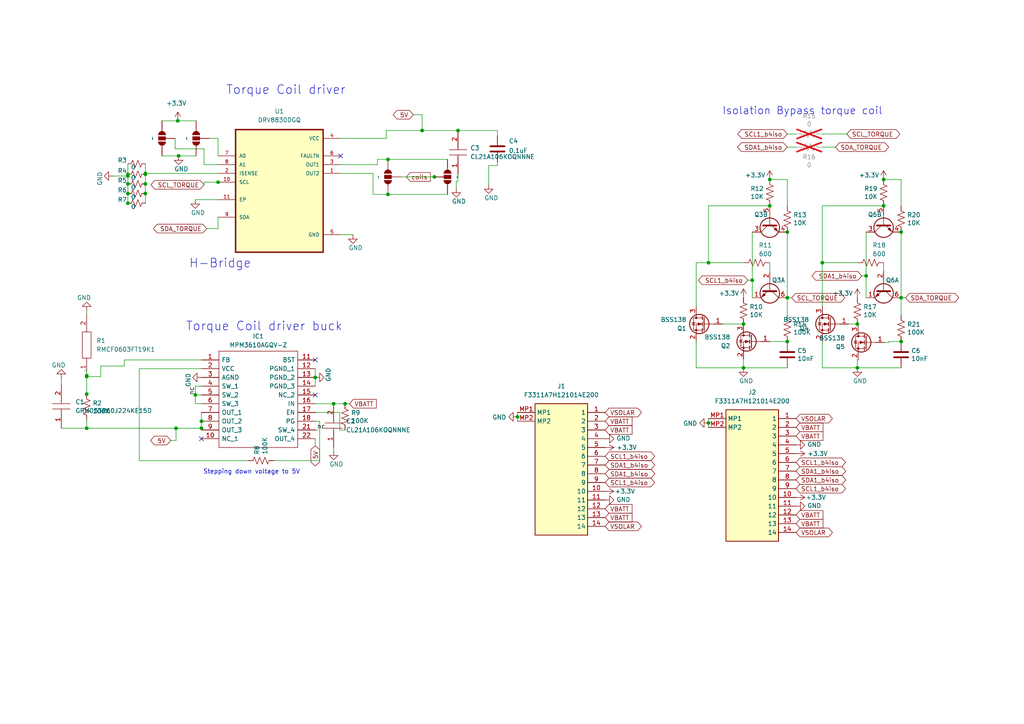
<source format=kicad_sch>
(kicad_sch (version 20230121) (generator eeschema)
  (paper "A4")
  (lib_symbols
    (symbol "AA_AUTO_LOADER:CL21A106KOQNNNE" (pin_names (offset 0.762))
      (property "Reference" "C" (at 8.89 6.35 0))
      (property "Value" "CL21A106KOQNNNE" (at 8.89 3.81 0))
      (symbol "CL21A106KOQNNNE_0_0"
        (pin passive line (at 0 0 0) (length 5.08) (name "~") (number "1"))
        (pin passive line (at 12.7 0 180) (length 5.08) (name "~") (number "2"))
      )
      (symbol "CL21A106KOQNNNE_0_1"
        (polyline (pts (xy 5.08 0) (xy 5.588 0)) (stroke (width 0.1524)))
        (polyline (pts (xy 5.588 2.54) (xy 5.588 -2.54)) (stroke (width 0.1524)))
        (polyline (pts (xy 7.112 0) (xy 7.62 0)) (stroke (width 0.1524)))
        (polyline (pts (xy 7.112 2.54) (xy 7.112 -2.54)) (stroke (width 0.1524)))
      )
    )
    (symbol "AA_AUTO_LOADER:GRM033R60J224KE15D" (pin_names (offset 0.762))
      (property "Reference" "C" (at 8.89 6.35 0))
      (property "Value" "GRM033R60J224KE15D" (at 8.89 3.81 0))
      (symbol "GRM033R60J224KE15D_0_0"
        (pin passive line (at 0 0 0) (length 5.08) (name "~") (number "1"))
        (pin passive line (at 12.7 0 180) (length 5.08) (name "~") (number "2"))
      )
      (symbol "GRM033R60J224KE15D_0_1"
        (polyline (pts (xy 5.08 0) (xy 5.588 0)) (stroke (width 0.1524)))
        (polyline (pts (xy 5.588 2.54) (xy 5.588 -2.54)) (stroke (width 0.1524)))
        (polyline (pts (xy 7.112 0) (xy 7.62 0)) (stroke (width 0.1524)))
        (polyline (pts (xy 7.112 2.54) (xy 7.112 -2.54)) (stroke (width 0.1524)))
      )
    )
    (symbol "AA_AUTO_LOADER:MPM3610AGQV-Z" (pin_names (offset 0.762))
      (property "Reference" "IC" (at 29.21 7.62 0))
      (property "Value" "MPM3610AGQV-Z" (at 29.21 5.08 0))
      (symbol "MPM3610AGQV-Z_0_0"
        (pin passive line (at 0 0 0) (length 5.08) (name "FB") (number "1"))
        (pin passive line (at 0 -22.86 0) (length 5.08) (name "NC_1") (number "10"))
        (pin passive line (at 33.02 0 180) (length 5.08) (name "BST") (number "11"))
        (pin passive line (at 33.02 -2.54 180) (length 5.08) (name "PGND_1") (number "12"))
        (pin passive line (at 33.02 -5.08 180) (length 5.08) (name "PGND_2") (number "13"))
        (pin passive line (at 33.02 -7.62 180) (length 5.08) (name "PGND_3") (number "14"))
        (pin passive line (at 33.02 -10.16 180) (length 5.08) (name "NC_2") (number "15"))
        (pin passive line (at 33.02 -12.7 180) (length 5.08) (name "IN") (number "16"))
        (pin passive line (at 33.02 -15.24 180) (length 5.08) (name "EN") (number "17"))
        (pin passive line (at 33.02 -17.78 180) (length 5.08) (name "PG") (number "18"))
        (pin passive line (at 0 -2.54 0) (length 5.08) (name "VCC") (number "2"))
        (pin passive line (at 33.02 -20.32 180) (length 5.08) (name "SW_4") (number "21"))
        (pin passive line (at 33.02 -22.86 180) (length 5.08) (name "OUT_4") (number "22"))
        (pin passive line (at 0 -5.08 0) (length 5.08) (name "AGND") (number "3"))
        (pin passive line (at 0 -7.62 0) (length 5.08) (name "SW_1") (number "4"))
        (pin passive line (at 0 -10.16 0) (length 5.08) (name "SW_2") (number "5"))
        (pin passive line (at 0 -12.7 0) (length 5.08) (name "SW_3") (number "6"))
        (pin passive line (at 0 -15.24 0) (length 5.08) (name "OUT_1") (number "7"))
        (pin passive line (at 0 -17.78 0) (length 5.08) (name "OUT_2") (number "8"))
        (pin passive line (at 0 -20.32 0) (length 5.08) (name "OUT_3") (number "9"))
      )
      (symbol "MPM3610AGQV-Z_0_1"
        (polyline (pts (xy 5.08 2.54) (xy 27.94 2.54) (xy 27.94 -25.4) (xy 5.08 -25.4) (xy 5.08 2.54)) (stroke (width 0.1524)))
      )
    )
    (symbol "AA_AUTO_LOADER:RMCF0603FT19K1" (pin_names (offset 0.762))
      (property "Reference" "R" (at 13.97 6.35 0))
      (property "Value" "RMCF0603FT19K1" (at 13.97 3.81 0))
      (symbol "RMCF0603FT19K1_0_0"
        (pin passive line (at 0 0 0) (length 5.08) (name "~") (number "1"))
        (pin passive line (at 17.78 0 180) (length 5.08) (name "~") (number "2"))
      )
      (symbol "RMCF0603FT19K1_0_1"
        (polyline (pts (xy 5.08 1.27) (xy 12.7 1.27) (xy 12.7 -1.27) (xy 5.08 -1.27) (xy 5.08 1.27)) (stroke (width 0.1524)))
      )
    )
    (symbol "DRV8830DGQ:DRV8830DGQ" (pin_names (offset 1.016))
      (property "Reference" "U" (at -12.7 18.78 0))
      (property "Value" "DRV8830DGQ" (at -12.7 -21.78 0))
      (symbol "DRV8830DGQ_0_0"
        (rectangle (start -12.7 -17.78) (end 12.7 17.78) (stroke (width 0.41)) (fill (type background)))
        (pin output line (at 17.78 5.08 180) (length 5.08) (name "OUT2") (number "1"))
        (pin input line (at -17.78 2.54 0) (length 5.08) (name "SCL") (number "10"))
        (pin bidirectional line (at -17.78 -2.54 0) (length 5.08) (name "EP") (number "11"))
        (pin input line (at -17.78 5.08 0) (length 5.08) (name "ISENSE") (number "2"))
        (pin output line (at 17.78 7.62 180) (length 5.08) (name "OUT1") (number "3"))
        (pin power_in line (at 17.78 15.24 180) (length 5.08) (name "VCC") (number "4"))
        (pin power_in line (at 17.78 -12.7 180) (length 5.08) (name "GND") (number "5"))
        (pin output line (at 17.78 10.16 180) (length 5.08) (name "FAULTN") (number "6"))
        (pin input line (at -17.78 10.16 0) (length 5.08) (name "A0") (number "7"))
        (pin input line (at -17.78 7.62 0) (length 5.08) (name "A1") (number "8"))
        (pin bidirectional line (at -17.78 -7.62 0) (length 5.08) (name "SDA") (number "9"))
      )
    )
    (symbol "Device:C" (pin_numbers hide) (pin_names (offset 0.254))
      (property "Reference" "C" (at 0.635 2.54 0))
      (property "Value" "C" (at 0.635 -2.54 0))
      (symbol "C_0_1"
        (polyline (pts (xy -2.032 -0.762) (xy 2.032 -0.762)) (stroke (width 0.508)))
        (polyline (pts (xy -2.032 0.762) (xy 2.032 0.762)) (stroke (width 0.508)))
      )
      (symbol "C_1_1"
        (pin passive line (at 0 3.81 270) (length 2.794) (name "~") (number "1"))
        (pin passive line (at 0 -3.81 90) (length 2.794) (name "~") (number "2"))
      )
    )
    (symbol "Device:R_Small_US" (pin_numbers hide) (pin_names (offset 0.254) hide)
      (property "Reference" "R" (at 0.762 0.508 0))
      (property "Value" "R_Small_US" (at 0.762 -1.016 0))
      (symbol "R_Small_US_1_1"
        (polyline (pts (xy 0 0) (xy 1.016 -0.381) (xy 0 -0.762) (xy -1.016 -1.143) (xy 0 -1.524)))
        (polyline (pts (xy 0 1.524) (xy 1.016 1.143) (xy 0 0.762) (xy -1.016 0.381) (xy 0 0)))
        (pin passive line (at 0 2.54 270) (length 1.016) (name "~") (number "1"))
        (pin passive line (at 0 -2.54 90) (length 1.016) (name "~") (number "2"))
      )
    )
    (symbol "Device:R_US" (pin_numbers hide) (pin_names (offset 0))
      (property "Reference" "R" (at 2.54 0 90))
      (property "Value" "R_US" (at -2.54 0 90))
      (symbol "R_US_0_1"
        (polyline (pts (xy 0 -2.286) (xy 0 -2.54)))
        (polyline (pts (xy 0 2.286) (xy 0 2.54)))
        (polyline (pts (xy 0 -0.762) (xy 1.016 -1.143) (xy 0 -1.524) (xy -1.016 -1.905) (xy 0 -2.286)))
        (polyline (pts (xy 0 0.762) (xy 1.016 0.381) (xy 0 0) (xy -1.016 -0.381) (xy 0 -0.762)))
        (polyline (pts (xy 0 2.286) (xy 1.016 1.905) (xy 0 1.524) (xy -1.016 1.143) (xy 0 0.762)))
      )
      (symbol "R_US_1_1"
        (pin passive line (at 0 3.81 270) (length 1.27) (name "~") (number "1"))
        (pin passive line (at 0 -3.81 90) (length 1.27) (name "~") (number "2"))
      )
    )
    (symbol "F3311A7H121008E200:F3311A7H121014E200"
      (property "Reference" "J" (at 21.59 7.62 0))
      (property "Value" "F3311A7H121014E200" (at 21.59 5.08 0))
      (symbol "F3311A7H121014E200_1_1"
        (rectangle (start 5.08 2.54) (end 20.32 -35.56) (stroke (width 0.254)) (fill (type background)))
        (pin passive line (at 25.4 0 180) (length 5.08) (name "1") (number "1"))
        (pin passive line (at 25.4 -22.86 180) (length 5.08) (name "10") (number "10"))
        (pin passive line (at 25.4 -25.4 180) (length 5.08) (name "11") (number "11"))
        (pin passive line (at 25.4 -27.94 180) (length 5.08) (name "12") (number "12"))
        (pin passive line (at 25.4 -30.48 180) (length 5.08) (name "13") (number "13"))
        (pin passive line (at 25.4 -33.02 180) (length 5.08) (name "14") (number "14"))
        (pin passive line (at 25.4 -2.54 180) (length 5.08) (name "2") (number "2"))
        (pin passive line (at 25.4 -5.08 180) (length 5.08) (name "3") (number "3"))
        (pin passive line (at 25.4 -7.62 180) (length 5.08) (name "4") (number "4"))
        (pin passive line (at 25.4 -10.16 180) (length 5.08) (name "5") (number "5"))
        (pin passive line (at 25.4 -12.7 180) (length 5.08) (name "6") (number "6"))
        (pin passive line (at 25.4 -15.24 180) (length 5.08) (name "7") (number "7"))
        (pin passive line (at 25.4 -17.78 180) (length 5.08) (name "8") (number "8"))
        (pin passive line (at 25.4 -20.32 180) (length 5.08) (name "9") (number "9"))
        (pin passive line (at 0 0 0) (length 5.08) (name "MP1") (number "MP1"))
        (pin passive line (at 0 -2.54 0) (length 5.08) (name "MP2") (number "MP2"))
      )
    )
    (symbol "SparkFun-Jumper:SolderJumper_3_Open_No_Silk" (pin_numbers hide) (pin_names (offset 0) hide)
      (property "Reference" "JP" (at -2.54 -2.54 0))
      (property "Value" "~" (at 0 2.794 0))
      (symbol "SolderJumper_3_Open_No_Silk_0_1"
        (arc (start -1.016 1.016) (mid -2.0276 0) (end -1.016 -1.016))
        (arc (start -1.016 1.016) (mid -2.0276 0) (end -1.016 -1.016) (fill (type outline)))
        (rectangle (start -0.508 1.016) (end 0.508 -1.016) (fill (type outline)))
        (polyline (pts (xy -2.54 0) (xy -2.032 0)))
        (polyline (pts (xy -1.016 1.016) (xy -1.016 -1.016)))
        (polyline (pts (xy 0 -1.27) (xy 0 -1.016)))
        (polyline (pts (xy 1.016 1.016) (xy 1.016 -1.016)))
        (polyline (pts (xy 2.54 0) (xy 2.032 0)))
        (arc (start 1.016 -1.016) (mid 2.0276 0) (end 1.016 1.016))
        (arc (start 1.016 -1.016) (mid 2.0276 0) (end 1.016 1.016) (fill (type outline)))
      )
      (symbol "SolderJumper_3_Open_No_Silk_1_1"
        (pin passive line (at -5.08 0 0) (length 2.54) (name "A") (number "1"))
        (pin passive line (at 0 -3.81 90) (length 2.54) (name "C") (number "2"))
        (pin passive line (at 5.08 0 180) (length 2.54) (name "B") (number "3"))
      )
    )
    (symbol "Transistor_BJT:MBT2222ADW1T1" (pin_names (offset 0) hide)
      (property "Reference" "Q" (at 5.08 1.27 0))
      (property "Value" "MBT2222ADW1T1" (at 5.08 -1.27 0))
      (symbol "MBT2222ADW1T1_0_1"
        (polyline (pts (xy 0.635 0) (xy -2.54 0)))
        (polyline (pts (xy 0.635 0.635) (xy 2.54 2.54)))
        (polyline (pts (xy 0.635 -0.635) (xy 2.54 -2.54) (xy 2.54 -2.54)))
        (polyline (pts (xy 0.635 1.905) (xy 0.635 -1.905) (xy 0.635 -1.905)) (stroke (width 0.508)))
        (polyline (pts (xy 1.27 -1.778) (xy 1.778 -1.27) (xy 2.286 -2.286) (xy 1.27 -1.778) (xy 1.27 -1.778)) (fill (type outline)))
        (circle (center 1.27 0) (radius 2.8194) (stroke (width 0.254)))
      )
      (symbol "MBT2222ADW1T1_1_1"
        (pin passive line (at 2.54 -5.08 90) (length 2.54) (name "E1") (number "1"))
        (pin input line (at -5.08 0 0) (length 2.54) (name "B1") (number "2"))
        (pin passive line (at 2.54 5.08 270) (length 2.54) (name "C1") (number "6"))
      )
      (symbol "MBT2222ADW1T1_2_1"
        (pin passive line (at 2.54 5.08 270) (length 2.54) (name "C2") (number "3"))
        (pin passive line (at 2.54 -5.08 90) (length 2.54) (name "E2") (number "4"))
        (pin input line (at -5.08 0 0) (length 2.54) (name "B2") (number "5"))
      )
    )
    (symbol "Transistor_FET:BSS138" (pin_names hide)
      (property "Reference" "Q" (at 5.08 1.905 0))
      (property "Value" "BSS138" (at 5.08 0 0))
      (symbol "BSS138_0_1"
        (polyline (pts (xy 0.254 0) (xy -2.54 0)))
        (polyline (pts (xy 0.254 1.905) (xy 0.254 -1.905)) (stroke (width 0.254)))
        (polyline (pts (xy 0.762 -1.27) (xy 0.762 -2.286)) (stroke (width 0.254)))
        (polyline (pts (xy 0.762 0.508) (xy 0.762 -0.508)) (stroke (width 0.254)))
        (polyline (pts (xy 0.762 2.286) (xy 0.762 1.27)) (stroke (width 0.254)))
        (polyline (pts (xy 2.54 2.54) (xy 2.54 1.778)))
        (polyline (pts (xy 2.54 -2.54) (xy 2.54 0) (xy 0.762 0)))
        (polyline (pts (xy 0.762 -1.778) (xy 3.302 -1.778) (xy 3.302 1.778) (xy 0.762 1.778)))
        (polyline (pts (xy 1.016 0) (xy 2.032 0.381) (xy 2.032 -0.381) (xy 1.016 0)) (fill (type outline)))
        (polyline (pts (xy 2.794 0.508) (xy 2.921 0.381) (xy 3.683 0.381) (xy 3.81 0.254)))
        (polyline (pts (xy 3.302 0.381) (xy 2.921 -0.254) (xy 3.683 -0.254) (xy 3.302 0.381)))
        (circle (center 1.651 0) (radius 2.794) (stroke (width 0.254)))
        (circle (center 2.54 -1.778) (radius 0.254) (fill (type outline)))
        (circle (center 2.54 1.778) (radius 0.254) (fill (type outline)))
      )
      (symbol "BSS138_1_1"
        (pin input line (at -5.08 0 0) (length 2.54) (name "G") (number "1"))
        (pin passive line (at 2.54 -5.08 90) (length 2.54) (name "S") (number "2"))
        (pin passive line (at 2.54 5.08 270) (length 2.54) (name "D") (number "3"))
      )
    )
    (symbol "power:+3.3V" (power) (pin_names (offset 0))
      (property "Value" "+3.3V" (at 0 3.556 0))
      (symbol "+3.3V_0_1"
        (polyline (pts (xy -0.762 1.27) (xy 0 2.54)))
        (polyline (pts (xy 0 0) (xy 0 2.54)))
        (polyline (pts (xy 0 2.54) (xy 0.762 1.27)))
      )
      (symbol "+3.3V_1_1"
        (pin power_in line (at 0 0 90) (length 0) hide (name "+3.3V") (number "1"))
      )
    )
    (symbol "power:GND" (power) (pin_names (offset 0))
      (property "Value" "GND" (at 0 -3.81 0))
      (symbol "GND_0_1"
        (polyline (pts (xy 0 0) (xy 0 -1.27) (xy 1.27 -1.27) (xy 0 -2.54) (xy -1.27 -1.27) (xy 0 -1.27)))
      )
      (symbol "GND_1_1"
        (pin power_in line (at 0 0 270) (length 0) hide (name "GND") (number "1"))
      )
    )
  )
  (junction (at 42.164 50.292))
  (junction (at 37.084 51.054))
  (junction (at 251.206 80.01))
  (junction (at 228.346 86.36))
  (junction (at 238.506 76.2))
  (junction (at 256.286 52.07))
  (junction (at 112.522 46.228))
  (junction (at 25.146 108.966))
  (junction (at 37.084 53.34))
  (junction (at 25.146 114.3))
  (junction (at 256.286 59.69))
  (junction (at 261.366 99.06))
  (junction (at 51.054 124.206))
  (junction (at 132.842 37.846))
  (junction (at 228.346 67.31))
  (junction (at 122.428 37.846))
  (junction (at 248.666 106.68))
  (junction (at 25.146 124.206))
  (junction (at 51.562 35.052))
  (junction (at 42.164 56.134))
  (junction (at 37.084 56.134))
  (junction (at 58.42 122.174))
  (junction (at 223.266 59.69))
  (junction (at 25.146 109.22))
  (junction (at 248.666 93.98))
  (junction (at 56.642 114.554))
  (junction (at 215.646 93.98))
  (junction (at 42.164 50.546))
  (junction (at 51.816 45.212))
  (junction (at 205.486 76.2))
  (junction (at 96.774 117.094))
  (junction (at 228.346 99.06))
  (junction (at 205.486 122.682))
  (junction (at 112.522 56.388))
  (junction (at 63.246 52.832))
  (junction (at 215.646 106.68))
  (junction (at 37.084 50.546))
  (junction (at 91.44 109.474))
  (junction (at 125.984 51.308))
  (junction (at 261.366 86.36))
  (junction (at 58.42 124.206))
  (junction (at 42.164 53.34))
  (junction (at 218.186 81.28))
  (junction (at 37.084 58.928))
  (junction (at 100.076 117.094))
  (junction (at 261.366 67.31))
  (junction (at 223.266 52.07))
  (junction (at 150.114 120.904))
  (no_connect (at 58.42 127.254))
  (no_connect (at 91.44 114.554))
  (no_connect (at 98.806 45.212))
  (no_connect (at 91.44 104.394))
  (wire (pts (xy 25.146 121.92) (xy 25.146 124.206)))
  (wire (pts (xy 56.642 114.554) (xy 58.42 114.554)))
  (wire (pts (xy 24.638 107.442) (xy 25.146 107.442)))
  (wire (pts (xy 119.888 33.274) (xy 122.428 33.274)))
  (wire (pts (xy 205.486 122.682) (xy 205.486 123.952)))
  (wire (pts (xy 229.616 86.36) (xy 228.346 86.36)))
  (wire (pts (xy 25.146 90.17) (xy 25.146 91.186)))
  (wire (pts (xy 238.506 76.2) (xy 238.506 59.69)))
  (wire (pts (xy 228.346 67.31) (xy 228.346 86.36)))
  (wire (pts (xy 37.084 53.34) (xy 37.084 56.134)))
  (wire (pts (xy 248.92 93.98) (xy 248.666 93.98)))
  (wire (pts (xy 112.522 46.228) (xy 109.474 46.228)))
  (wire (pts (xy 248.92 104.394) (xy 248.666 104.394)))
  (wire (pts (xy 261.366 52.07) (xy 256.286 52.07)))
  (wire (pts (xy 46.99 35.052) (xy 51.562 35.052)))
  (wire (pts (xy 215.646 76.2) (xy 205.486 76.2)))
  (wire (pts (xy 122.428 37.846) (xy 112.014 37.846)))
  (wire (pts (xy 201.93 76.2) (xy 205.486 76.2)))
  (wire (pts (xy 25.146 124.206) (xy 51.054 124.206)))
  (wire (pts (xy 98.806 68.072) (xy 102.362 68.072)))
  (wire (pts (xy 42.164 50.292) (xy 42.164 50.546)))
  (wire (pts (xy 42.164 47.498) (xy 42.164 50.292)))
  (wire (pts (xy 36.068 106.172) (xy 36.068 104.394)))
  (wire (pts (xy 25.146 115.57) (xy 25.146 114.3)))
  (wire (pts (xy 205.486 59.69) (xy 223.266 59.69)))
  (wire (pts (xy 56.642 117.094) (xy 58.42 117.094)))
  (wire (pts (xy 56.642 114.554) (xy 56.642 117.094)))
  (wire (pts (xy 59.944 66.294) (xy 63.246 66.294)))
  (wire (pts (xy 17.78 124.206) (xy 25.146 124.206)))
  (wire (pts (xy 49.53 127.762) (xy 51.054 127.762)))
  (wire (pts (xy 42.164 50.292) (xy 63.246 50.292)))
  (wire (pts (xy 91.44 119.634) (xy 98.552 119.634)))
  (wire (pts (xy 112.522 46.228) (xy 129.794 46.228)))
  (wire (pts (xy 63.246 47.752) (xy 59.182 47.752)))
  (wire (pts (xy 150.114 120.904) (xy 150.114 122.174)))
  (wire (pts (xy 144.272 39.37) (xy 144.272 37.846)))
  (wire (pts (xy 248.666 93.98) (xy 246.126 93.98)))
  (wire (pts (xy 112.014 37.846) (xy 112.014 40.132)))
  (wire (pts (xy 98.806 50.292) (xy 108.204 50.292)))
  (wire (pts (xy 60.706 40.132) (xy 63.246 40.132)))
  (wire (pts (xy 132.842 52.578) (xy 132.334 52.578)))
  (wire (pts (xy 98.552 124.714) (xy 100.076 124.714)))
  (wire (pts (xy 51.562 35.052) (xy 56.896 35.052)))
  (wire (pts (xy 261.366 67.31) (xy 261.366 86.36)))
  (wire (pts (xy 251.206 67.31) (xy 251.206 80.01)))
  (wire (pts (xy 238.506 59.69) (xy 256.286 59.69)))
  (wire (pts (xy 230.886 42.672) (xy 228.346 42.672)))
  (wire (pts (xy 51.816 45.212) (xy 56.896 45.212)))
  (wire (pts (xy 25.146 109.22) (xy 29.21 109.22)))
  (wire (pts (xy 98.552 119.634) (xy 98.552 124.714)))
  (wire (pts (xy 238.506 99.06) (xy 238.506 106.68)))
  (wire (pts (xy 58.42 124.206) (xy 58.42 124.714)))
  (wire (pts (xy 261.366 106.68) (xy 248.666 106.68)))
  (wire (pts (xy 215.646 106.68) (xy 228.346 106.68)))
  (wire (pts (xy 37.084 58.928) (xy 37.084 59.182)))
  (wire (pts (xy 144.272 37.846) (xy 132.842 37.846)))
  (wire (pts (xy 216.916 81.28) (xy 218.186 81.28)))
  (wire (pts (xy 63.246 66.294) (xy 63.246 62.992)))
  (wire (pts (xy 17.78 109.728) (xy 17.78 111.506)))
  (wire (pts (xy 63.246 40.132) (xy 63.246 45.212)))
  (wire (pts (xy 228.346 59.69) (xy 228.346 52.07)))
  (wire (pts (xy 56.642 112.014) (xy 56.642 114.554)))
  (wire (pts (xy 262.636 86.36) (xy 261.366 86.36)))
  (wire (pts (xy 25.146 109.22) (xy 25.146 114.3)))
  (wire (pts (xy 91.44 124.714) (xy 92.202 124.714)))
  (wire (pts (xy 100.076 117.094) (xy 101.346 117.094)))
  (wire (pts (xy 59.182 43.18) (xy 50.8 43.18)))
  (wire (pts (xy 248.92 94.234) (xy 248.92 93.98)))
  (wire (pts (xy 51.054 124.206) (xy 58.42 124.206)))
  (wire (pts (xy 238.506 88.9) (xy 238.506 76.2)))
  (wire (pts (xy 56.642 57.912) (xy 63.246 57.912)))
  (wire (pts (xy 98.806 40.132) (xy 112.014 40.132)))
  (wire (pts (xy 91.44 122.174) (xy 92.71 122.174)))
  (wire (pts (xy 242.316 42.672) (xy 238.506 42.672)))
  (wire (pts (xy 205.486 121.412) (xy 205.486 122.682)))
  (wire (pts (xy 42.164 53.34) (xy 42.164 56.134)))
  (wire (pts (xy 215.646 106.68) (xy 215.646 104.14)))
  (wire (pts (xy 218.186 81.28) (xy 218.186 86.36)))
  (wire (pts (xy 141.732 48.006) (xy 141.732 53.594)))
  (wire (pts (xy 205.486 59.69) (xy 205.486 76.2)))
  (wire (pts (xy 122.428 33.274) (xy 122.428 37.846)))
  (wire (pts (xy 51.054 127.762) (xy 51.054 124.206)))
  (wire (pts (xy 132.842 50.546) (xy 132.842 52.578)))
  (wire (pts (xy 37.084 47.498) (xy 37.084 50.546)))
  (wire (pts (xy 230.886 38.862) (xy 228.346 38.862)))
  (wire (pts (xy 218.186 67.31) (xy 218.186 81.28)))
  (wire (pts (xy 92.71 122.174) (xy 92.71 133.604)))
  (wire (pts (xy 71.882 133.604) (xy 40.386 133.604)))
  (wire (pts (xy 37.084 50.546) (xy 37.084 51.054)))
  (wire (pts (xy 108.204 50.292) (xy 108.204 56.388)))
  (wire (pts (xy 201.93 88.9) (xy 201.93 76.2)))
  (wire (pts (xy 50.8 43.18) (xy 50.8 40.132)))
  (wire (pts (xy 58.42 112.014) (xy 56.642 112.014)))
  (wire (pts (xy 36.068 106.172) (xy 29.21 106.172)))
  (wire (pts (xy 238.506 106.68) (xy 248.666 106.68)))
  (wire (pts (xy 257.81 99.06) (xy 261.366 99.06)))
  (wire (pts (xy 59.182 47.752) (xy 59.182 43.18)))
  (wire (pts (xy 92.71 133.604) (xy 79.502 133.604)))
  (wire (pts (xy 132.842 37.846) (xy 122.428 37.846)))
  (wire (pts (xy 228.346 52.07) (xy 223.266 52.07)))
  (wire (pts (xy 249.936 80.01) (xy 251.206 80.01)))
  (wire (pts (xy 108.204 56.388) (xy 112.522 56.388)))
  (wire (pts (xy 91.44 117.094) (xy 96.774 117.094)))
  (wire (pts (xy 25.146 107.442) (xy 25.146 108.966)))
  (wire (pts (xy 144.272 48.006) (xy 141.732 48.006)))
  (wire (pts (xy 256.286 78.74) (xy 256.286 76.2)))
  (wire (pts (xy 36.068 104.394) (xy 58.42 104.394)))
  (wire (pts (xy 91.44 109.474) (xy 91.44 112.014)))
  (wire (pts (xy 29.21 106.172) (xy 29.21 109.22)))
  (wire (pts (xy 261.366 91.44) (xy 261.366 86.36)))
  (wire (pts (xy 228.346 91.44) (xy 228.346 86.36)))
  (wire (pts (xy 209.55 93.98) (xy 215.646 93.98)))
  (wire (pts (xy 40.386 133.604) (xy 40.386 106.934)))
  (wire (pts (xy 248.666 76.2) (xy 238.506 76.2)))
  (wire (pts (xy 261.366 59.69) (xy 261.366 52.07)))
  (wire (pts (xy 223.266 78.74) (xy 223.266 76.2)))
  (wire (pts (xy 112.522 56.388) (xy 129.794 56.388)))
  (wire (pts (xy 150.114 119.634) (xy 150.114 120.904)))
  (wire (pts (xy 98.806 47.752) (xy 109.474 47.752)))
  (wire (pts (xy 96.774 130.81) (xy 96.774 129.794)))
  (wire (pts (xy 223.266 99.06) (xy 228.346 99.06)))
  (wire (pts (xy 40.386 106.934) (xy 58.42 106.934)))
  (wire (pts (xy 58.42 119.634) (xy 58.42 122.174)))
  (wire (pts (xy 125.984 51.308) (xy 125.984 51.562)))
  (wire (pts (xy 248.666 104.394) (xy 248.666 106.68)))
  (wire (pts (xy 25.146 108.966) (xy 25.146 109.22)))
  (wire (pts (xy 132.334 52.578) (xy 132.334 54.61)))
  (wire (pts (xy 109.474 47.752) (xy 109.474 46.228)))
  (wire (pts (xy 46.99 45.212) (xy 51.816 45.212)))
  (wire (pts (xy 63.5 52.832) (xy 63.246 52.832)))
  (wire (pts (xy 144.272 46.99) (xy 144.272 48.006)))
  (wire (pts (xy 201.93 99.06) (xy 201.93 106.68)))
  (wire (pts (xy 37.084 56.134) (xy 37.084 58.928)))
  (wire (pts (xy 256.54 99.314) (xy 257.81 99.314)))
  (wire (pts (xy 245.618 38.862) (xy 238.506 38.862)))
  (wire (pts (xy 116.332 51.308) (xy 125.984 51.308)))
  (wire (pts (xy 96.774 117.094) (xy 100.076 117.094)))
  (wire (pts (xy 42.164 50.546) (xy 42.164 53.34)))
  (wire (pts (xy 32.766 51.054) (xy 37.084 51.054)))
  (wire (pts (xy 37.084 51.054) (xy 37.084 53.34)))
  (wire (pts (xy 251.206 80.01) (xy 251.206 86.36)))
  (wire (pts (xy 201.93 106.68) (xy 215.646 106.68)))
  (wire (pts (xy 91.44 129.286) (xy 91.44 127.254)))
  (wire (pts (xy 257.81 99.314) (xy 257.81 99.06)))
  (wire (pts (xy 42.164 56.134) (xy 42.164 58.928)))
  (wire (pts (xy 63.246 52.832) (xy 59.182 52.832)))
  (wire (pts (xy 59.182 52.832) (xy 59.182 53.594)))
  (wire (pts (xy 91.44 106.934) (xy 91.44 109.474)))
  (wire (pts (xy 58.42 122.174) (xy 58.42 124.206)))
  (text "Torque Coil driver buck\n\n" (at 53.848 100.33 0) (effects (font (size 2.54 2.54)) (justify left bottom)))
  (text "Stepping down voltage to 5V\n" (at 58.928 137.668 0) (effects (font (size 1.27 1.27)) (justify left bottom)))
  (text "Torque Coil driver\n" (at 65.532 27.686 0) (effects (font (size 2.54 2.54)) (justify left bottom)))
  (text "Isolation Bypass torque coil" (at 256.032 33.528 0) (effects (font (size 2.159 2.159)) (justify right bottom)))
  (text "H-Bridge" (at 72.898 77.978 0) (effects (font (size 2.54 2.54)) (justify right bottom)))
  (label "nc" (at 56.642 114.554 90))
  (label "nc" (at 91.948 124.714 0))
  (global_label "5V" (shape bidirectional) (at 91.44 129.286 270) (property "Intersheetrefs" "${INTERSHEET_REFS}" (effects hide)))
  (global_label "coils" (shape input) (at 117.856 51.308 0) (property "Intersheetrefs" "${INTERSHEET_REFS}" (effects hide)))
  (global_label "VBATT" (shape input) (at 175.514 122.174 0) (property "Intersheetrefs" "${INTERSHEET_REFS}" (effects hide)))
  (global_label "5V" (shape bidirectional) (at 49.53 127.762 180) (property "Intersheetrefs" "${INTERSHEET_REFS}" (effects hide)))
  (global_label "VBATT" (shape input) (at 175.514 124.714 0) (property "Intersheetrefs" "${INTERSHEET_REFS}" (effects hide)))
  (global_label "SCL1_b4iso" (shape bidirectional) (at 216.916 81.28 180) (property "Intersheetrefs" "${INTERSHEET_REFS}" (effects hide)))
  (global_label "SDA1_b4iso" (shape bidirectional) (at 249.936 80.01 180) (property "Intersheetrefs" "${INTERSHEET_REFS}" (effects hide)))
  (global_label "SCL1_b4iso" (shape bidirectional) (at 175.514 132.334 0) (property "Intersheetrefs" "${INTERSHEET_REFS}" (effects hide)))
  (global_label "SCL_TORQUE" (shape bidirectional) (at 229.616 86.36 0) (property "Intersheetrefs" "${INTERSHEET_REFS}" (effects hide)))
  (global_label "VSOLAR" (shape bidirectional) (at 175.514 152.654 0) (property "Intersheetrefs" "${INTERSHEET_REFS}" (effects hide)))
  (global_label "SDA1_b4iso" (shape bidirectional) (at 175.514 137.414 0) (property "Intersheetrefs" "${INTERSHEET_REFS}" (effects hide)))
  (global_label "SDA1_b4iso" (shape bidirectional) (at 175.514 134.874 0) (property "Intersheetrefs" "${INTERSHEET_REFS}" (effects hide)))
  (global_label "VBATT" (shape input) (at 230.886 149.352 0) (property "Intersheetrefs" "${INTERSHEET_REFS}" (effects hide)))
  (global_label "VSOLAR" (shape bidirectional) (at 175.514 119.634 0) (property "Intersheetrefs" "${INTERSHEET_REFS}" (effects hide)))
  (global_label "SDA_TORQUE" (shape bidirectional) (at 242.316 42.672 0) (property "Intersheetrefs" "${INTERSHEET_REFS}" (effects hide)))
  (global_label "SCL_TORQUE" (shape bidirectional) (at 245.618 38.862 0) (property "Intersheetrefs" "${INTERSHEET_REFS}" (effects hide)))
  (global_label "VBATT" (shape input) (at 230.886 151.892 0) (property "Intersheetrefs" "${INTERSHEET_REFS}" (effects hide)))
  (global_label "VBATT" (shape input) (at 175.514 150.114 0) (property "Intersheetrefs" "${INTERSHEET_REFS}" (effects hide)))
  (global_label "VBATT" (shape input) (at 230.886 126.492 0) (property "Intersheetrefs" "${INTERSHEET_REFS}" (effects hide)))
  (global_label "VBATT" (shape input) (at 230.886 123.952 0) (property "Intersheetrefs" "${INTERSHEET_REFS}" (effects hide)))
  (global_label "SDA1_b4iso" (shape bidirectional) (at 228.346 42.672 180) (property "Intersheetrefs" "${INTERSHEET_REFS}" (effects hide)))
  (global_label "SDA_TORQUE" (shape bidirectional) (at 262.636 86.36 0) (property "Intersheetrefs" "${INTERSHEET_REFS}" (effects hide)))
  (global_label "VBATT" (shape input) (at 101.346 117.094 0) (property "Intersheetrefs" "${INTERSHEET_REFS}" (effects hide)))
  (global_label "SCL1_b4iso" (shape bidirectional) (at 230.886 134.112 0) (property "Intersheetrefs" "${INTERSHEET_REFS}" (effects hide)))
  (global_label "SCL_TORQUE" (shape bidirectional) (at 59.182 53.594 180) (property "Intersheetrefs" "${INTERSHEET_REFS}" (effects hide)))
  (global_label "SDA1_b4iso" (shape bidirectional) (at 230.886 139.192 0) (property "Intersheetrefs" "${INTERSHEET_REFS}" (effects hide)))
  (global_label "SDA1_b4iso" (shape bidirectional) (at 230.886 136.652 0) (property "Intersheetrefs" "${INTERSHEET_REFS}" (effects hide)))
  (global_label "SCL1_b4iso" (shape bidirectional) (at 230.886 141.732 0) (property "Intersheetrefs" "${INTERSHEET_REFS}" (effects hide)))
  (global_label "SCL1_b4iso" (shape bidirectional) (at 228.346 38.862 180) (property "Intersheetrefs" "${INTERSHEET_REFS}" (effects hide)))
  (global_label "SDA_TORQUE" (shape bidirectional) (at 59.944 66.294 180) (property "Intersheetrefs" "${INTERSHEET_REFS}" (effects hide)))
  (global_label "VSOLAR" (shape bidirectional) (at 230.886 121.412 0) (property "Intersheetrefs" "${INTERSHEET_REFS}" (effects hide)))
  (global_label "5V" (shape bidirectional) (at 119.888 33.274 180) (property "Intersheetrefs" "${INTERSHEET_REFS}" (effects hide)))
  (global_label "VSOLAR" (shape bidirectional) (at 230.886 154.432 0) (property "Intersheetrefs" "${INTERSHEET_REFS}" (effects hide)))
  (global_label "SCL1_b4iso" (shape bidirectional) (at 175.514 139.954 0) (property "Intersheetrefs" "${INTERSHEET_REFS}" (effects hide)))
  (global_label "VBATT" (shape input) (at 175.514 147.574 0) (property "Intersheetrefs" "${INTERSHEET_REFS}" (effects hide)))
  (symbol (lib_id "Device:C") (at 144.272 43.18 0) (unit 1)
    (property "Reference" "C4" (at 147.574 40.894 0) (effects (justify left)))
    (property "Value" "0.1uF" (at 147.574 43.688 0) (effects (justify left)))
    (property "Footprint" "Capacitor_SMD:C_0805_2012Metric" (effects hide))
  )
  (symbol (lib_id "Transistor_BJT:MBT2222ADW1T1") (at 223.266 83.82 270) (unit 1)
    (property "Reference" "Q3" (at 225.806 81.28 90))
    (property "Value" "MBT2222ADW1T1" (effects hide))
    (property "Footprint" "Package_TO_SOT_SMD:SOT-363_SC-70-6" (effects hide))
    (property "Datasheet" "http://www.onsemi.com/pub_link/Collateral/MBT2222ADW1T1-D.PDF" (effects hide))
  )
  (symbol (lib_id "Device:R_US") (at 252.476 76.2 270) (unit 1)
    (property "Reference" "R18" (at 255.016 71.12 90))
    (property "Value" "600" (at 255.016 73.66 90))
    (property "Footprint" "Resistor_SMD:R_0805_2012Metric" (effects hide))
  )
  (symbol (lib_id "Device:R_US") (at 248.666 90.17 180) (unit 1)
    (property "Reference" "R17" (at 250.3932 89.0016 0) (effects (justify right)))
    (property "Value" "10K" (at 250.3932 91.313 0) (effects (justify right)))
    (property "Footprint" "Resistor_SMD:R_0805_2012Metric" (effects hide))
  )
  (symbol (lib_id "AA_AUTO_LOADER:MPM3610AGQV-Z") (at 58.42 104.394 0) (unit 1)
    (property "Reference" "IC1" (at 74.93 97.536 0))
    (property "Value" "MPM3610AGQV-Z" (at 74.93 100.076 0))
    (property "Footprint" "MPM3610AGQVZ" (effects hide))
    (property "Datasheet" "https://www.monolithicpower.com/pub/media/document/MPM3610A_r1.0.pdf" (effects hide))
    (property "Description" "DC DC CONVERTER 0.8-18.48V" (effects hide))
    (property "Height" "1.65" (effects hide))
    (property "Manufacturer_Name" "Monolithic Power Systems (MPS)" (effects hide))
    (property "Manufacturer_Part_Number" "MPM3610AGQV-Z" (effects hide))
    (property "Mouser Part Number" "946-MPM3610AGQV-Z" (effects hide))
    (property "Mouser Price/Stock" "https://www.mouser.co.uk/ProductDetail/Monolithic-Power-Systems-MPS/MPM3610AGQV-Z?qs=ZNK0BnemlqFKL2BkndmY4g%3D%3D" (effects hide))
  )
  (symbol (lib_id "power:GND") (at 17.78 109.728 0) (mirror x) (unit 1)
    (property "Reference" "#PWR01" (effects hide))
    (property "Value" "GND" (at 19.05 105.918 0) (effects (justify right)))
  )
  (symbol (lib_id "power:+3.3V") (at 175.514 129.794 270) (mirror x) (unit 1)
    (property "Reference" "#PWR015" (effects hide))
    (property "Value" "+3.3V" (at 178.816 129.794 90) (effects (justify left)))
  )
  (symbol (lib_id "Device:R_US") (at 215.646 90.17 180) (unit 1)
    (property "Reference" "R10" (at 217.3732 89.0016 0) (effects (justify right)))
    (property "Value" "10K" (at 217.3732 91.313 0) (effects (justify right)))
    (property "Footprint" "Resistor_SMD:R_0805_2012Metric" (effects hide))
  )
  (symbol (lib_id "Device:R_US") (at 234.696 38.862 90) (mirror x) (unit 1) (in_bom no) (dnp yes)
    (property "Reference" "R15" (at 234.696 33.655 90))
    (property "Value" "0" (at 234.696 35.9664 90))
    (property "Footprint" "Resistor_SMD:R_0603_1608Metric" (effects hide))
    (property "Sim.Enable" "0" (effects hide))
  )
  (symbol (lib_id "power:GND") (at 132.334 54.61 0) (mirror y) (unit 1)
    (property "Reference" "#PWR011" (effects hide))
    (property "Value" "GND" (at 131.064 58.42 0) (effects (justify right)))
  )
  (symbol (lib_id "Device:R_Small_US") (at 39.624 47.498 270) (unit 1)
    (property "Reference" "R3" (at 36.83 46.482 90) (effects (justify right)))
    (property "Value" "0" (at 39.37 48.514 90) (effects (justify right)))
    (property "Footprint" "Resistor_SMD:R_0805_2012Metric_Pad1.20x1.40mm_HandSolder" (effects hide))
  )
  (symbol (lib_id "Device:R_US") (at 261.366 95.25 180) (unit 1)
    (property "Reference" "R21" (at 263.0932 94.0816 0) (effects (justify right)))
    (property "Value" "100K" (at 263.0932 96.393 0) (effects (justify right)))
    (property "Footprint" "Resistor_SMD:R_0805_2012Metric" (effects hide))
  )
  (symbol (lib_id "power:GND") (at 175.514 145.034 90) (unit 1)
    (property "Reference" "#PWR017" (effects hide))
    (property "Value" "GND" (at 178.7652 144.907 90) (effects (justify right)))
  )
  (symbol (lib_id "Device:R_Small_US") (at 39.624 53.34 270) (unit 1)
    (property "Reference" "R5" (at 36.83 52.324 90) (effects (justify right)))
    (property "Value" "0" (at 39.37 54.356 90) (effects (justify right)))
    (property "Footprint" "Resistor_SMD:R_0805_2012Metric_Pad1.20x1.40mm_HandSolder" (effects hide))
  )
  (symbol (lib_id "Transistor_BJT:MBT2222ADW1T1") (at 223.266 64.77 90) (mirror x) (unit 2)
    (property "Reference" "Q3" (at 220.726 62.23 90))
    (property "Value" "MBT2222ADW1T1" (effects hide))
    (property "Footprint" "Package_TO_SOT_SMD:SOT-363_SC-70-6" (effects hide))
    (property "Datasheet" "http://www.onsemi.com/pub_link/Collateral/MBT2222ADW1T1-D.PDF" (effects hide))
  )
  (symbol (lib_id "SparkFun-Jumper:SolderJumper_3_Open_No_Silk") (at 129.794 51.308 270) (unit 1)
    (property "Reference" "JP4" (effects hide))
    (property "Value" "~" (at 132.588 51.308 0))
    (property "Footprint" "SparkFun-Jumper:SMT-JUMPER_3_NO_NO-SILK" (effects hide))
  )
  (symbol (lib_id "power:+3.3V") (at 230.886 144.272 270) (mirror x) (unit 1)
    (property "Reference" "#PWR027" (effects hide))
    (property "Value" "+3.3V" (at 233.68 144.272 90) (effects (justify left)))
  )
  (symbol (lib_id "power:GND") (at 58.42 109.474 270) (mirror x) (unit 1)
    (property "Reference" "#PWR07" (effects hide))
    (property "Value" "GND" (at 54.61 108.204 0) (effects (justify right)))
  )
  (symbol (lib_id "Transistor_BJT:MBT2222ADW1T1") (at 256.286 64.77 90) (mirror x) (unit 2)
    (property "Reference" "Q6" (at 253.746 62.23 90))
    (property "Value" "MBT2222ADW1T1" (effects hide))
    (property "Footprint" "Package_TO_SOT_SMD:SOT-363_SC-70-6" (effects hide))
    (property "Datasheet" "http://www.onsemi.com/pub_link/Collateral/MBT2222ADW1T1-D.PDF" (effects hide))
  )
  (symbol (lib_id "power:GND") (at 215.646 106.68 0) (mirror y) (unit 1)
    (property "Reference" "#PWR019" (effects hide))
    (property "Value" "GND" (at 214.376 110.49 0) (effects (justify right)))
  )
  (symbol (lib_id "power:GND") (at 141.732 53.594 0) (mirror y) (unit 1)
    (property "Reference" "#PWR012" (effects hide))
    (property "Value" "GND" (at 140.462 57.404 0) (effects (justify right)))
  )
  (symbol (lib_id "Transistor_FET:BSS138") (at 251.46 99.314 0) (mirror y) (unit 1)
    (property "Reference" "Q5" (at 245.11 100.584 0) (effects (justify left)))
    (property "Value" "BSS138" (at 245.11 98.044 0) (effects (justify left)))
    (property "Footprint" "Package_TO_SOT_SMD:SOT-23" (effects hide))
    (property "Datasheet" "https://www.onsemi.com/pub/Collateral/BSS138-D.PDF" (effects hide))
  )
  (symbol (lib_id "power:+3.3V") (at 51.562 35.052 0) (mirror y) (unit 1)
    (property "Reference" "#PWR04" (effects hide))
    (property "Value" "+3.3V" (at 54.102 29.972 0) (effects (justify left)))
  )
  (symbol (lib_id "F3311A7H121008E200:F3311A7H121014E200") (at 205.486 121.412 0) (unit 1)
    (property "Reference" "J2" (at 218.186 113.792 0))
    (property "Value" "F3311A7H121014E200" (at 218.186 116.332 0))
    (property "Footprint" "F3311A7H121014E200" (effects hide))
    (property "Datasheet" "https://cdn.amphenol-cs.com/media/wysiwyg/files/documentation/datasheet/flex/ffc_fpc_050mm_f331.pdf" (effects hide))
    (property "Height" "1.12" (effects hide))
    (property "Manufacturer_Name" "Amphenol Communications Solutions" (effects hide))
    (property "Manufacturer_Part_Number" "F3311A7H121014E200" (effects hide))
  )
  (symbol (lib_id "power:GND") (at 96.774 130.81 0) (mirror y) (unit 1)
    (property "Reference" "#PWR09" (effects hide))
    (property "Value" "GND" (at 95.504 134.62 0) (effects (justify right)))
  )
  (symbol (lib_id "power:GND") (at 150.114 120.904 270) (unit 1)
    (property "Reference" "#PWR013" (effects hide))
    (property "Value" "GND" (at 146.8628 121.031 90) (effects (justify right)))
  )
  (symbol (lib_id "Device:R_Small_US") (at 39.624 58.928 270) (unit 1)
    (property "Reference" "R7" (at 36.83 57.912 90) (effects (justify right)))
    (property "Value" "0" (at 39.37 59.944 90) (effects (justify right)))
    (property "Footprint" "Resistor_SMD:R_0805_2012Metric_Pad1.20x1.40mm_HandSolder" (effects hide))
  )
  (symbol (lib_id "power:GND") (at 205.486 122.682 270) (unit 1)
    (property "Reference" "#PWR024" (effects hide))
    (property "Value" "GND" (at 202.2348 122.809 90) (effects (justify right)))
  )
  (symbol (lib_id "power:GND") (at 91.44 109.474 90) (mirror x) (unit 1)
    (property "Reference" "#PWR08" (effects hide))
    (property "Value" "GND" (at 95.25 110.744 0) (effects (justify right)))
  )
  (symbol (lib_id "AA_AUTO_LOADER:CL21A106KOQNNNE") (at 96.774 129.794 90) (unit 1)
    (property "Reference" "C2" (at 100.33 122.174 90) (effects (justify right)))
    (property "Value" "CL21A106KOQNNNE" (at 100.33 124.714 90) (effects (justify right)))
    (property "Footprint" "CAPC2012X140N" (effects hide))
    (property "Datasheet" "https://datasheet.datasheetarchive.com/originals/distributors/Datasheets_SAMA/0289c6d4f30f89b64e7dd5b6a9ee99f0.pdf" (effects hide))
    (property "Description" "Samsung Electro-Mechanics 0805 (2012M) 10uF MLCC 16V dc +/-10% SMD CL21A106KOQNNNE" (effects hide))
    (property "Height" "1.4" (effects hide))
    (property "Manufacturer_Name" "SAMSUNG" (effects hide))
    (property "Manufacturer_Part_Number" "CL21A106KOQNNNE" (effects hide))
    (property "Mouser Part Number" "187-CL21A106KOQNNNE" (effects hide))
    (property "Mouser Price/Stock" "https://www.mouser.co.uk/ProductDetail/Samsung-Electro-Mechanics/CL21A106KOQNNNE?qs=349EhDEZ59qKIX0T0PKtPw%3D%3D" (effects hide))
    (property "Arrow Part Number" "CL21A106KOQNNNE" (effects hide))
    (property "Arrow Price/Stock" "https://www.arrow.com/en/products/cl21a106koqnnne/samsung-electro-mechanics?region=nac" (effects hide))
  )
  (symbol (lib_id "power:GND") (at 32.766 51.054 270) (mirror x) (unit 1)
    (property "Reference" "#PWR03" (effects hide))
    (property "Value" "GND" (at 28.956 49.784 0) (effects (justify right)))
  )
  (symbol (lib_id "SparkFun-Jumper:SolderJumper_3_Open_No_Silk") (at 46.99 40.132 90) (unit 1)
    (property "Reference" "JP1" (effects hide))
    (property "Value" "~" (at 44.196 40.132 0))
    (property "Footprint" "SparkFun-Jumper:SMT-JUMPER_3_NO_NO-SILK" (effects hide))
  )
  (symbol (lib_id "power:+3.3V") (at 230.886 131.572 270) (mirror x) (unit 1)
    (property "Reference" "#PWR026" (effects hide))
    (property "Value" "+3.3V" (at 234.188 131.572 90) (effects (justify left)))
  )
  (symbol (lib_id "power:+3.3V") (at 223.266 52.07 0) (mirror y) (unit 1)
    (property "Reference" "#PWR020" (effects hide))
    (property "Value" "+3.3V" (at 221.996 50.8 0) (effects (justify left)))
  )
  (symbol (lib_id "Device:R_US") (at 219.456 76.2 90) (unit 1)
    (property "Reference" "R11" (at 221.996 71.12 90))
    (property "Value" "600" (at 221.996 73.66 90))
    (property "Footprint" "Resistor_SMD:R_0805_2012Metric" (effects hide))
  )
  (symbol (lib_id "power:GND") (at 230.886 129.032 90) (unit 1)
    (property "Reference" "#PWR025" (effects hide))
    (property "Value" "GND" (at 234.1372 128.905 90) (effects (justify right)))
  )
  (symbol (lib_id "power:GND") (at 230.886 146.812 90) (unit 1)
    (property "Reference" "#PWR028" (effects hide))
    (property "Value" "GND" (at 234.1372 146.685 90) (effects (justify right)))
  )
  (symbol (lib_id "F3311A7H121008E200:F3311A7H121014E200") (at 150.114 119.634 0) (unit 1)
    (property "Reference" "J1" (at 162.814 112.014 0))
    (property "Value" "F3311A7H121014E200" (at 162.814 114.554 0))
    (property "Footprint" "F3311A7H121014E200" (effects hide))
    (property "Datasheet" "https://cdn.amphenol-cs.com/media/wysiwyg/files/documentation/datasheet/flex/ffc_fpc_050mm_f331.pdf" (effects hide))
    (property "Height" "1.12" (effects hide))
    (property "Manufacturer_Name" "Amphenol Communications Solutions" (effects hide))
    (property "Manufacturer_Part_Number" "F3311A7H121014E200" (effects hide))
  )
  (symbol (lib_id "Device:R_Small_US") (at 39.624 56.134 270) (unit 1)
    (property "Reference" "R6" (at 36.83 55.118 90) (effects (justify right)))
    (property "Value" "0" (at 39.37 57.15 90) (effects (justify right)))
    (property "Footprint" "Resistor_SMD:R_0805_2012Metric_Pad1.20x1.40mm_HandSolder" (effects hide))
  )
  (symbol (lib_id "Transistor_FET:BSS138") (at 204.47 93.98 0) (mirror y) (unit 1)
    (property "Reference" "Q1" (at 199.136 95.25 0) (effects (justify left)))
    (property "Value" "BSS138" (at 199.136 92.71 0) (effects (justify left)))
    (property "Footprint" "Package_TO_SOT_SMD:SOT-23" (effects hide))
    (property "Datasheet" "https://www.onsemi.com/pub/Collateral/BSS138-D.PDF" (effects hide))
  )
  (symbol (lib_id "power:GND") (at 51.816 45.212 0) (mirror y) (unit 1)
    (property "Reference" "#PWR05" (effects hide))
    (property "Value" "GND" (at 50.546 49.022 0) (effects (justify right)))
  )
  (symbol (lib_id "Device:R_US") (at 223.266 55.88 0) (unit 1)
    (property "Reference" "R12" (at 221.5388 54.7116 0) (effects (justify right)))
    (property "Value" "10K" (at 221.5388 57.023 0) (effects (justify right)))
    (property "Footprint" "Resistor_SMD:R_0805_2012Metric" (effects hide))
  )
  (symbol (lib_id "Device:R_US") (at 256.286 55.88 0) (unit 1)
    (property "Reference" "R19" (at 254.5588 54.7116 0) (effects (justify right)))
    (property "Value" "10K" (at 254.5588 57.023 0) (effects (justify right)))
    (property "Footprint" "Resistor_SMD:R_0805_2012Metric" (effects hide))
  )
  (symbol (lib_id "SparkFun-Jumper:SolderJumper_3_Open_No_Silk") (at 112.522 51.308 90) (unit 1)
    (property "Reference" "JP3" (effects hide))
    (property "Value" "~" (at 109.728 51.308 0))
    (property "Footprint" "SparkFun-Jumper:SMT-JUMPER_3_NO_NO-SILK" (effects hide))
  )
  (symbol (lib_id "power:+3.3V") (at 248.666 86.36 0) (mirror y) (unit 1)
    (property "Reference" "#PWR021" (effects hide))
    (property "Value" "+3.3V" (at 247.396 85.09 0) (effects (justify left)))
  )
  (symbol (lib_id "Device:R_Small_US") (at 39.624 50.546 270) (unit 1)
    (property "Reference" "R4" (at 36.83 49.53 90) (effects (justify right)))
    (property "Value" "0" (at 39.37 51.562 90) (effects (justify right)))
    (property "Footprint" "Resistor_SMD:R_0805_2012Metric_Pad1.20x1.40mm_HandSolder" (effects hide))
  )
  (symbol (lib_id "Device:R_US") (at 75.692 133.604 270) (unit 1)
    (property "Reference" "R8" (at 74.5236 131.8768 0) (effects (justify right)))
    (property "Value" "100K" (at 76.835 131.8768 0) (effects (justify right)))
    (property "Footprint" "Resistor_SMD:R_0805_2012Metric" (effects hide))
  )
  (symbol (lib_id "power:GND") (at 56.642 57.912 0) (mirror y) (unit 1)
    (property "Reference" "#PWR06" (effects hide))
    (property "Value" "GND" (at 55.372 61.722 0) (effects (justify right)))
  )
  (symbol (lib_id "AA_AUTO_LOADER:GRM033R60J224KE15D") (at 17.78 124.206 90) (unit 1)
    (property "Reference" "C1" (at 21.844 116.586 90) (effects (justify right)))
    (property "Value" "GRM033R60J224KE15D" (at 21.844 119.126 90) (effects (justify right)))
    (property "Footprint" "CAPC0603X33N" (effects hide))
    (property "Datasheet" "http://www.murata.com/~/media/webrenewal/support/library/catalog/products/capacitor/mlcc/c02e.pdf" (effects hide))
    (property "Description" "MURATA - GRM033R60J224KE15D - CAP, 0.22UF, 6.3V, MLCC, 0201" (effects hide))
    (property "Height" "0.33" (effects hide))
    (property "Manufacturer_Name" "Murata Electronics" (effects hide))
    (property "Manufacturer_Part_Number" "GRM033R60J224KE15D" (effects hide))
    (property "Mouser Part Number" "81-GRM33R60J224KE15D" (effects hide))
    (property "Mouser Price/Stock" "https://www.mouser.co.uk/ProductDetail/Murata-Electronics/GRM033R60J224KE15D?qs=2W5sgKM%2F372eQsbMkBhO2Q%3D%3D" (effects hide))
    (property "Arrow Part Number" "GRM033R60J224KE15D" (effects hide))
    (property "Arrow Price/Stock" "https://www.arrow.com/en/products/grm033r60j224ke15d/murata-manufacturing?region=nac" (effects hide))
  )
  (symbol (lib_id "Device:R_US") (at 234.696 42.672 90) (mirror x) (unit 1) (in_bom no) (dnp yes)
    (property "Reference" "R16" (at 234.696 45.5422 90))
    (property "Value" "0" (at 234.696 47.8536 90))
    (property "Footprint" "Resistor_SMD:R_0603_1608Metric" (effects hide))
    (property "Sim.Enable" "0" (effects hide))
  )
  (symbol (lib_id "Device:R_US") (at 100.076 120.904 180) (unit 1)
    (property "Reference" "R9" (at 101.8032 119.7356 0) (effects (justify right)))
    (property "Value" "100K" (at 101.8032 122.047 0) (effects (justify right)))
    (property "Footprint" "Resistor_SMD:R_0805_2012Metric_Pad1.20x1.40mm_HandSolder" (effects hide))
  )
  (symbol (lib_id "DRV8830DGQ:DRV8830DGQ") (at 81.026 55.372 0) (unit 1)
    (property "Reference" "U1" (at 81.026 32.258 0))
    (property "Value" "DRV8830DGQ" (at 81.026 34.798 0))
    (property "Footprint" "DRV8830DGQ:IC_XTR111AIDGQR" (effects hide))
    (property "MF" "Texas Instruments" (effects hide))
    (property "Description" "\n7-V, 1-A H-bridge motor driver with speed regulation and I2C control\n" (effects hide))
    (property "Package" "HVSSOP-10 Texas Instruments" (effects hide))
    (property "Price" "None" (effects hide))
    (property "SnapEDA_Link" "https://www.snapeda.com/parts/DRV8830DGQ/Texas+Instruments/view-part/?ref=snap" (effects hide))
    (property "MP" "DRV8830DGQ" (effects hide))
    (property "Purchase-URL" "https://www.snapeda.com/api/url_track_click_mouser/?unipart_id=44532&manufacturer=Texas Instruments&part_name=DRV8830DGQ&search_term=drv8830" (effects hide))
    (property "Availability" "In Stock" (effects hide))
    (property "Check_prices" "https://www.snapeda.com/parts/DRV8830DGQ/Texas+Instruments/view-part/?ref=eda" (effects hide))
  )
  (symbol (lib_id "Device:C") (at 261.366 102.87 0) (unit 1)
    (property "Reference" "C6" (at 264.287 101.727 0) (effects (justify left)))
    (property "Value" "10nF" (at 264.287 104.013 0) (effects (justify left)))
    (property "Footprint" "Capacitor_SMD:C_0201_0603Metric" (effects hide))
  )
  (symbol (lib_id "power:+3.3V") (at 175.514 142.494 270) (mirror x) (unit 1)
    (property "Reference" "#PWR016" (effects hide))
    (property "Value" "+3.3V" (at 178.308 142.494 90) (effects (justify left)))
  )
  (symbol (lib_id "Transistor_BJT:MBT2222ADW1T1") (at 256.286 83.82 270) (unit 1)
    (property "Reference" "Q6" (at 258.826 81.28 90))
    (property "Value" "MBT2222ADW1T1" (effects hide))
    (property "Footprint" "Package_TO_SOT_SMD:SOT-363_SC-70-6" (effects hide))
    (property "Datasheet" "http://www.onsemi.com/pub_link/Collateral/MBT2222ADW1T1-D.PDF" (effects hide))
  )
  (symbol (lib_id "Transistor_FET:BSS138") (at 241.046 93.98 0) (mirror y) (unit 1)
    (property "Reference" "Q4" (at 234.696 95.25 0) (effects (justify left)))
    (property "Value" "BSS138" (at 234.696 92.71 0) (effects (justify left)))
    (property "Footprint" "Package_TO_SOT_SMD:SOT-23" (effects hide))
    (property "Datasheet" "https://www.onsemi.com/pub/Collateral/BSS138-D.PDF" (effects hide))
  )
  (symbol (lib_id "SparkFun-Jumper:SolderJumper_3_Open_No_Silk") (at 56.896 40.132 90) (unit 1)
    (property "Reference" "JP2" (effects hide))
    (property "Value" "~" (at 54.102 40.132 0))
    (property "Footprint" "SparkFun-Jumper:SMT-JUMPER_3_NO_NO-SILK" (effects hide))
  )
  (symbol (lib_id "power:GND") (at 25.146 90.17 0) (mirror x) (unit 1)
    (property "Reference" "#PWR02" (effects hide))
    (property "Value" "GND" (at 26.416 86.36 0) (effects (justify right)))
  )
  (symbol (lib_id "power:GND") (at 248.666 106.68 0) (mirror y) (unit 1)
    (property "Reference" "#PWR022" (effects hide))
    (property "Value" "GND" (at 247.396 110.49 0) (effects (justify right)))
  )
  (symbol (lib_id "Device:R_US") (at 228.346 95.25 180) (unit 1)
    (property "Reference" "R14" (at 230.0732 94.0816 0) (effects (justify right)))
    (property "Value" "100K" (at 230.0732 96.393 0) (effects (justify right)))
    (property "Footprint" "Resistor_SMD:R_0805_2012Metric" (effects hide))
  )
  (symbol (lib_id "AA_AUTO_LOADER:RMCF0603FT19K1") (at 25.146 108.966 90) (unit 1)
    (property "Reference" "R1" (at 27.94 98.806 90) (effects (justify right)))
    (property "Value" "RMCF0603FT19K1" (at 27.94 101.346 90) (effects (justify right)))
    (property "Footprint" "RESC1608X55N" (effects hide))
    (property "Datasheet" "https://www.seielect.com/Catalog/SEI-RMCF_RMCP.pdf" (effects hide))
    (property "Description" "RES, 0603, 19.1 Kohm, 1%, 0.1W" (effects hide))
    (property "Height" "0.55" (effects hide))
    (property "Manufacturer_Name" "Stackpole Electronics, Inc." (effects hide))
    (property "Manufacturer_Part_Number" "RMCF0603FT19K1" (effects hide))
    (property "Arrow Part Number" "RMCF0603FT19K1" (effects hide))
    (property "Arrow Price/Stock" "https://www.arrow.com/en/products/rmcf0603ft19k1/stackpole-electronics" (effects hide))
  )
  (symbol (lib_id "power:GND") (at 175.514 127.254 90) (unit 1)
    (property "Reference" "#PWR014" (effects hide))
    (property "Value" "GND" (at 178.7652 127.127 90) (effects (justify right)))
  )
  (symbol (lib_id "Device:R_US") (at 228.346 63.5 180) (unit 1)
    (property "Reference" "R13" (at 230.0732 62.3316 0) (effects (justify right)))
    (property "Value" "10K" (at 230.0732 64.643 0) (effects (justify right)))
    (property "Footprint" "Resistor_SMD:R_0805_2012Metric" (effects hide))
  )
  (symbol (lib_id "power:+3.3V") (at 215.646 86.36 0) (mirror y) (unit 1)
    (property "Reference" "#PWR018" (effects hide))
    (property "Value" "+3.3V" (at 214.376 85.09 0) (effects (justify left)))
  )
  (symbol (lib_id "Device:C") (at 228.346 102.87 0) (unit 1)
    (property "Reference" "C5" (at 231.267 101.727 0) (effects (justify left)))
    (property "Value" "10nF" (at 231.267 104.013 0) (effects (justify left)))
    (property "Footprint" "Capacitor_SMD:C_0201_0603Metric" (effects hide))
  )
  (symbol (lib_id "Device:R_US") (at 25.146 118.11 180) (unit 1)
    (property "Reference" "R2" (at 26.8732 116.9416 0) (effects (justify right)))
    (property "Value" "100K" (at 26.8732 119.253 0) (effects (justify right)))
    (property "Footprint" "Resistor_SMD:R_0805_2012Metric_Pad1.20x1.40mm_HandSolder" (effects hide))
  )
  (symbol (lib_id "Device:R_US") (at 261.366 63.5 180) (unit 1)
    (property "Reference" "R20" (at 263.0932 62.3316 0) (effects (justify right)))
    (property "Value" "10K" (at 263.0932 64.643 0) (effects (justify right)))
    (property "Footprint" "Resistor_SMD:R_0805_2012Metric" (effects hide))
  )
  (symbol (lib_id "power:+3.3V") (at 256.286 52.07 0) (mirror y) (unit 1)
    (property "Reference" "#PWR023" (effects hide))
    (property "Value" "+3.3V" (at 255.016 50.8 0) (effects (justify left)))
  )
  (symbol (lib_id "Transistor_FET:BSS138") (at 218.186 99.06 0) (mirror y) (unit 1)
    (property "Reference" "Q2" (at 211.836 100.33 0) (effects (justify left)))
    (property "Value" "BSS138" (at 211.836 97.79 0) (effects (justify left)))
    (property "Footprint" "Package_TO_SOT_SMD:SOT-23" (effects hide))
    (property "Datasheet" "https://www.onsemi.com/pub/Collateral/BSS138-D.PDF" (effects hide))
  )
  (symbol (lib_id "AA_AUTO_LOADER:CL21A106KOQNNNE") (at 132.842 50.546 90) (unit 1)
    (property "Reference" "C3" (at 136.398 42.926 90) (effects (justify right)))
    (property "Value" "CL21A106KOQNNNE" (at 136.398 45.466 90) (effects (justify right)))
    (property "Footprint" "CAPC2012X140N" (effects hide))
    (property "Datasheet" "https://datasheet.datasheetarchive.com/originals/distributors/Datasheets_SAMA/0289c6d4f30f89b64e7dd5b6a9ee99f0.pdf" (effects hide))
    (property "Description" "Samsung Electro-Mechanics 0805 (2012M) 10uF MLCC 16V dc +/-10% SMD CL21A106KOQNNNE" (effects hide))
    (property "Height" "1.4" (effects hide))
    (property "Manufacturer_Name" "SAMSUNG" (effects hide))
    (property "Manufacturer_Part_Number" "CL21A106KOQNNNE" (effects hide))
    (property "Mouser Part Number" "187-CL21A106KOQNNNE" (effects hide))
    (property "Mouser Price/Stock" "https://www.mouser.co.uk/ProductDetail/Samsung-Electro-Mechanics/CL21A106KOQNNNE?qs=349EhDEZ59qKIX0T0PKtPw%3D%3D" (effects hide))
    (property "Arrow Part Number" "CL21A106KOQNNNE" (effects hide))
    (property "Arrow Price/Stock" "https://www.arrow.com/en/products/cl21a106koqnnne/samsung-electro-mechanics?region=nac" (effects hide))
  )
  (symbol (lib_id "power:GND") (at 102.362 68.072 0) (mirror y) (unit 1)
    (property "Reference" "#PWR010" (effects hide))
    (property "Value" "GND" (at 101.092 71.882 0) (effects (justify right)))
  )
)
</source>
